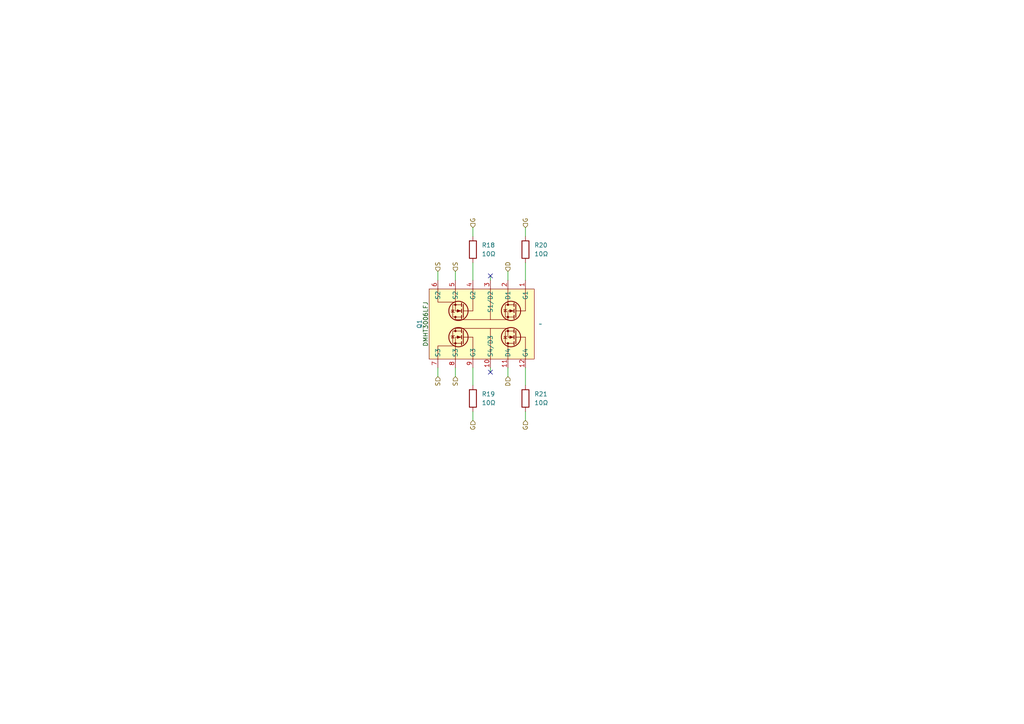
<source format=kicad_sch>
(kicad_sch (version 20231120) (generator "eeschema") (generator_version "8.0")
  (paper "A4")
  (lib_symbols
    (symbol "CUBESAT:DMHT3006LFJ"
      (property "Reference" "Q" (at 0 18.034 0))
      (symbol "DMHT3006LFJ_0_0"
        (pin input line (at 12.7 -12.7 180) (length 2.54) (name "G1") (number "1"))
        (pin passive line (at -12.7 -2.54 0) (length 2.54) (name "S4/D3") (number "10"))
        (pin passive line (at -12.7 -7.62 0) (length 2.54) (name "D4") (number "11"))
        (pin input line (at -12.7 -12.7 0) (length 2.54) (name "G4") (number "12"))
        (pin passive line (at 12.7 -2.54 180) (length 2.54) (name "S1/D2") (number "3"))
        (pin input line (at 12.7 2.54 180) (length 2.54) (name "G2") (number "4"))
        (pin passive line (at 12.7 7.62 180) (length 2.54) (name "S2") (number "5"))
        (pin passive line (at 12.7 12.7 180) (length 2.54) (name "S2") (number "6"))
        (pin passive line (at -12.7 12.7 0) (length 2.54) (name "S3") (number "7"))
        (pin passive line (at -12.7 7.62 0) (length 2.54) (name "S3") (number "8"))
        (pin input line (at -12.7 2.54 0) (length 2.54) (name "G3") (number "9"))
      )
      (symbol "DMHT3006LFJ_0_1"
        (circle (center -5.588 -7.62) (radius 0.254) (fill (type outline)))
        (circle (center -5.588 7.62) (radius 0.254) (fill (type outline)))
        (circle (center -3.81 -8.509) (radius 2.794) (stroke (width 0.254)))
        (circle (center -3.81 6.731) (radius 2.794) (stroke (width 0.254)))
        (circle (center -2.032 -7.62) (radius 0.254) (fill (type outline)))
        (circle (center -2.032 7.62) (radius 0.254) (fill (type outline)))
        (polyline (pts (xy -10.16 2.54) (xy -3.81 2.54)))
        (polyline (pts (xy -10.16 7.62) (xy -6.35 7.62)))
        (polyline (pts (xy -6.35 -7.62) (xy -10.16 -7.62)))
        (polyline (pts (xy -6.35 -7.62) (xy -5.588 -7.62)))
        (polyline (pts (xy -6.096 -9.398) (xy -5.08 -9.398)) (stroke (width 0.254)))
        (polyline (pts (xy -5.715 -9.906) (xy -1.905 -9.906)) (stroke (width 0.254)))
        (polyline (pts (xy -5.08 5.842) (xy -6.096 5.842)) (stroke (width 0.254)))
        (polyline (pts (xy -4.318 -9.398) (xy -3.302 -9.398)) (stroke (width 0.254)))
        (polyline (pts (xy -3.81 -12.7) (xy -10.16 -12.7)))
        (polyline (pts (xy -3.81 -9.906) (xy -3.81 -12.7)))
        (polyline (pts (xy -3.81 5.334) (xy -3.81 2.54)))
        (polyline (pts (xy -3.302 5.842) (xy -4.318 5.842)) (stroke (width 0.254)))
        (polyline (pts (xy -2.54 -9.398) (xy -1.524 -9.398)) (stroke (width 0.254)))
        (polyline (pts (xy -1.905 5.334) (xy -5.715 5.334)) (stroke (width 0.254)))
        (polyline (pts (xy -1.524 5.842) (xy -2.54 5.842)) (stroke (width 0.254)))
        (polyline (pts (xy -1.27 7.62) (xy -2.032 7.62)))
        (polyline (pts (xy -1.27 7.62) (xy -1.27 -2.54)))
        (polyline (pts (xy 1.27 7.62) (xy 1.27 -2.54)))
        (polyline (pts (xy 1.27 7.62) (xy 2.032 7.62)))
        (polyline (pts (xy 1.524 5.842) (xy 2.54 5.842)) (stroke (width 0.254)))
        (polyline (pts (xy 1.905 5.334) (xy 5.715 5.334)) (stroke (width 0.254)))
        (polyline (pts (xy 2.54 -9.398) (xy 1.524 -9.398)) (stroke (width 0.254)))
        (polyline (pts (xy 3.302 5.842) (xy 4.318 5.842)) (stroke (width 0.254)))
        (polyline (pts (xy 3.81 -12.7) (xy 10.16 -12.7)))
        (polyline (pts (xy 3.81 -9.906) (xy 3.81 -12.7)))
        (polyline (pts (xy 3.81 5.334) (xy 3.81 2.54)))
        (polyline (pts (xy 4.318 -9.398) (xy 3.302 -9.398)) (stroke (width 0.254)))
        (polyline (pts (xy 5.08 5.842) (xy 6.096 5.842)) (stroke (width 0.254)))
        (polyline (pts (xy 5.715 -9.906) (xy 1.905 -9.906)) (stroke (width 0.254)))
        (polyline (pts (xy 6.096 -9.398) (xy 5.08 -9.398)) (stroke (width 0.254)))
        (polyline (pts (xy 6.35 -7.62) (xy 5.588 -7.62)))
        (polyline (pts (xy 6.35 -7.62) (xy 10.16 -7.62)))
        (polyline (pts (xy 10.16 2.54) (xy 3.81 2.54)))
        (polyline (pts (xy 10.16 7.62) (xy 6.35 7.62)))
        (polyline (pts (xy -10.16 12.7) (xy -6.35 12.7) (xy -6.35 7.62)))
        (polyline (pts (xy -6.35 7.62) (xy -3.81 7.62) (xy -3.81 5.842)))
        (polyline (pts (xy -1.27 -7.62) (xy -3.81 -7.62) (xy -3.81 -9.398)))
        (polyline (pts (xy -1.27 -7.62) (xy -1.27 -2.54) (xy -10.16 -2.54)))
        (polyline (pts (xy 1.27 -7.62) (xy 1.27 -2.54) (xy 10.16 -2.54)))
        (polyline (pts (xy 1.27 -7.62) (xy 3.81 -7.62) (xy 3.81 -9.398)))
        (polyline (pts (xy 6.35 7.62) (xy 3.81 7.62) (xy 3.81 5.842)))
        (polyline (pts (xy 10.16 12.7) (xy 6.35 12.7) (xy 6.35 7.62)))
        (polyline (pts (xy -5.588 5.842) (xy -5.588 8.382) (xy -2.032 8.382) (xy -2.032 5.842)))
        (polyline (pts (xy -4.318 -7.366) (xy -4.191 -7.239) (xy -4.191 -6.477) (xy -4.064 -6.35)))
        (polyline (pts (xy -4.191 -6.858) (xy -3.556 -7.239) (xy -3.556 -6.477) (xy -4.191 -6.858)))
        (polyline (pts (xy -3.81 -9.144) (xy -4.191 -8.128) (xy -3.429 -8.128) (xy -3.81 -9.144)) (fill (type outline)))
        (polyline (pts (xy -3.81 6.096) (xy -3.429 7.112) (xy -4.191 7.112) (xy -3.81 6.096)) (fill (type outline)))
        (polyline (pts (xy -3.429 8.382) (xy -4.064 8.001) (xy -4.064 8.763) (xy -3.429 8.382)))
        (polyline (pts (xy -3.302 7.874) (xy -3.429 8.001) (xy -3.429 8.763) (xy -3.556 8.89)))
        (polyline (pts (xy -2.032 -9.398) (xy -2.032 -6.858) (xy -5.588 -6.858) (xy -5.588 -9.398)))
        (polyline (pts (xy 2.032 -9.398) (xy 2.032 -6.858) (xy 5.588 -6.858) (xy 5.588 -9.398)))
        (polyline (pts (xy 3.302 7.874) (xy 3.429 8.001) (xy 3.429 8.763) (xy 3.556 8.89)))
        (polyline (pts (xy 3.429 8.382) (xy 4.064 8.001) (xy 4.064 8.763) (xy 3.429 8.382)))
        (polyline (pts (xy 3.81 -9.144) (xy 4.191 -8.128) (xy 3.429 -8.128) (xy 3.81 -9.144)) (fill (type outline)))
        (polyline (pts (xy 3.81 6.096) (xy 3.429 7.112) (xy 4.191 7.112) (xy 3.81 6.096)) (fill (type outline)))
        (polyline (pts (xy 4.191 -6.858) (xy 3.556 -7.239) (xy 3.556 -6.477) (xy 4.191 -6.858)))
        (polyline (pts (xy 4.318 -7.366) (xy 4.191 -7.239) (xy 4.191 -6.477) (xy 4.064 -6.35)))
        (polyline (pts (xy 5.588 5.842) (xy 5.588 8.382) (xy 2.032 8.382) (xy 2.032 5.842)))
        (circle (center 2.032 -7.62) (radius 0.254) (fill (type outline)))
        (circle (center 2.032 7.62) (radius 0.254) (fill (type outline)))
        (circle (center 3.81 -8.509) (radius 2.794) (stroke (width 0.254)))
        (circle (center 3.81 6.731) (radius 2.794) (stroke (width 0.254)))
        (circle (center 5.588 -7.62) (radius 0.254) (fill (type outline)))
        (circle (center 5.588 7.62) (radius 0.254) (fill (type outline)))
      )
      (symbol "DMHT3006LFJ_1_0"
        (pin passive line (at 12.7 -7.62 180) (length 2.54) (name "D1") (number "2"))
      )
      (symbol "DMHT3006LFJ_1_1"
        (rectangle (start -10.16 15.24) (end 10.16 -15.24) (fill (type background)))
        (text "DMHT3006LFJ" (at 0 16.256 0) (effects (font (size 1.27 1.27))))
      )
    )
    (symbol "Device:R" (pin_numbers hide) (pin_names (offset 0))
      (property "Reference" "R" (at 2.032 0 90))
      (property "Value" "R" (at 0 0 90))
      (symbol "R_0_1"
        (rectangle (start -1.016 -2.54) (end 1.016 2.54) (stroke (width 0.254)))
      )
      (symbol "R_1_1"
        (pin passive line (at 0 3.81 270) (length 1.27) (name "~") (number "1"))
        (pin passive line (at 0 -3.81 90) (length 1.27) (name "~") (number "2"))
      )
    )
  )
  (no_connect (at 142.24 107.95))
  (no_connect (at 142.24 80.01))
  (wire (pts (xy 152.4 121.92) (xy 152.4 119.38)))
  (wire (pts (xy 147.32 78.74) (xy 147.32 81.28)))
  (wire (pts (xy 152.4 111.76) (xy 152.4 106.68)))
  (wire (pts (xy 142.24 80.01) (xy 142.24 81.28)))
  (wire (pts (xy 152.4 76.2) (xy 152.4 81.28)))
  (wire (pts (xy 127 78.74) (xy 127 81.28)))
  (wire (pts (xy 132.08 109.22) (xy 132.08 106.68)))
  (wire (pts (xy 137.16 106.68) (xy 137.16 111.76)))
  (wire (pts (xy 152.4 66.04) (xy 152.4 68.58)))
  (wire (pts (xy 147.32 109.22) (xy 147.32 106.68)))
  (wire (pts (xy 137.16 76.2) (xy 137.16 81.28)))
  (wire (pts (xy 132.08 78.74) (xy 132.08 81.28)))
  (wire (pts (xy 127 109.22) (xy 127 106.68)))
  (wire (pts (xy 142.24 107.95) (xy 142.24 106.68)))
  (wire (pts (xy 137.16 66.04) (xy 137.16 68.58)))
  (wire (pts (xy 137.16 121.92) (xy 137.16 119.38)))
  (hierarchical_label "D" (shape input) (at 147.32 78.74 90))
  (hierarchical_label "G" (shape input) (at 137.16 121.92 270))
  (hierarchical_label "S" (shape input) (at 127 109.22 270))
  (hierarchical_label "G" (shape input) (at 137.16 66.04 90))
  (hierarchical_label "G" (shape input) (at 152.4 121.92 270))
  (hierarchical_label "G" (shape input) (at 152.4 66.04 90))
  (hierarchical_label "S" (shape input) (at 127 78.74 90))
  (hierarchical_label "S" (shape input) (at 132.08 78.74 90))
  (hierarchical_label "D" (shape input) (at 147.32 109.22 270))
  (hierarchical_label "S" (shape input) (at 132.08 109.22 270))
  (symbol (lib_id "Device:R") (at 152.4 115.57 0) (unit 1)
    (property "Reference" "R21" (at 154.94 114.2999 0) (effects (justify left)))
    (property "Value" "10Ω" (at 154.94 116.8399 0) (effects (justify left)))
    (property "Description" "Resistor" (effects (hide yes)))
    (instances (project "control" (path "" (reference "R21") (unit 1))) (project "command" (path "" (reference "R?") (unit 1))) (project "power" (path "" (reference "R?") (unit 1))))
  )
  (symbol (lib_id "Device:R") (at 152.4 72.39 0) (unit 1)
    (property "Reference" "R20" (at 154.94 71.1199 0) (effects (justify left)))
    (property "Value" "10Ω" (at 154.94 73.6599 0) (effects (justify left)))
    (property "Description" "Resistor" (effects (hide yes)))
    (instances (project "control" (path "" (reference "R20") (unit 1))) (project "command" (path "" (reference "R?") (unit 1))) (project "power" (path "" (reference "R?") (unit 1))))
  )
  (symbol (lib_id "CUBESAT:DMHT3006LFJ") (at 139.7 93.98 90) (unit 1)
    (property "Reference" "Q1" (at 121.666 93.98 0))
    (property "Value" "~" (at 156.21 93.98 90) (effects (justify right)))
    (property "Datasheet" "https://www.diodes.com/assets/Datasheets/DMHT3006LFJ.pdf" (effects (hide yes)))
    (property "Description" "30V N-CHANNEL ENHANCEMENT MODE MOSFET H-BRIDGE" (effects (hide yes)))
    (instances (project "control" (path "" (reference "Q1") (unit 1))) (project "command" (path "" (reference "Q?") (unit 1))) (project "power" (path "" (reference "Q?") (unit 1))))
  )
  (symbol (lib_id "Device:R") (at 137.16 115.57 0) (unit 1)
    (property "Reference" "R19" (at 139.7 114.2999 0) (effects (justify left)))
    (property "Value" "10Ω" (at 139.7 116.8399 0) (effects (justify left)))
    (property "Description" "Resistor" (effects (hide yes)))
    (instances (project "control" (path "" (reference "R19") (unit 1))) (project "command" (path "" (reference "R?") (unit 1))) (project "power" (path "" (reference "R?") (unit 1))))
  )
  (symbol (lib_id "Device:R") (at 137.16 72.39 0) (unit 1)
    (property "Reference" "R18" (at 139.7 71.1199 0) (effects (justify left)))
    (property "Value" "10Ω" (at 139.7 73.6599 0) (effects (justify left)))
    (property "Description" "Resistor" (effects (hide yes)))
    (instances (project "control" (path "" (reference "R18") (unit 1))) (project "command" (path "" (reference "R?") (unit 1))) (project "power" (path "" (reference "R?") (unit 1))))
  )
)
</source>
